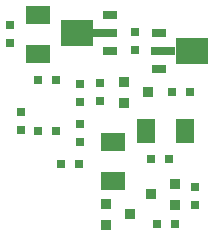
<source format=gtp>
G04 (created by PCBNEW-RS274X (2011-11-27 BZR 3249)-stable) date 10/09/2012 4:54:58 p.m.*
G01*
G70*
G90*
%MOIN*%
G04 Gerber Fmt 3.4, Leading zero omitted, Abs format*
%FSLAX34Y34*%
G04 APERTURE LIST*
%ADD10C,0.006000*%
%ADD11R,0.047200X0.027600*%
%ADD12R,0.078700X0.027600*%
%ADD13R,0.110300X0.086600*%
%ADD14R,0.036000X0.036000*%
%ADD15R,0.060000X0.080000*%
%ADD16R,0.080000X0.060000*%
%ADD17R,0.025000X0.031500*%
%ADD18R,0.031500X0.025000*%
G04 APERTURE END LIST*
G54D10*
G54D11*
X29233Y-10216D03*
G54D12*
X29390Y-10807D03*
G54D11*
X29233Y-11398D03*
G54D13*
X30335Y-10807D03*
G54D11*
X27618Y-10807D03*
G54D12*
X27461Y-10216D03*
G54D11*
X27618Y-09625D03*
G54D13*
X26516Y-10216D03*
G54D14*
X28085Y-12535D03*
X28085Y-11835D03*
X28885Y-12185D03*
X29770Y-15241D03*
X29770Y-15941D03*
X28970Y-15591D03*
X27474Y-16610D03*
X27474Y-15910D03*
X28274Y-16260D03*
G54D15*
X30119Y-13484D03*
X28819Y-13484D03*
G54D16*
X25217Y-10905D03*
X25217Y-09605D03*
G54D17*
X29591Y-14409D03*
X28991Y-14409D03*
G54D18*
X26614Y-12505D03*
X26614Y-11905D03*
X27264Y-11885D03*
X27264Y-12485D03*
G54D17*
X29188Y-16574D03*
X29788Y-16574D03*
G54D18*
X30433Y-15930D03*
X30433Y-15330D03*
G54D17*
X26580Y-14567D03*
X25980Y-14567D03*
G54D18*
X24646Y-12850D03*
X24646Y-13450D03*
G54D17*
X30281Y-12185D03*
X29681Y-12185D03*
G54D18*
X28445Y-10792D03*
X28445Y-10192D03*
X24272Y-10555D03*
X24272Y-09955D03*
X26614Y-13243D03*
X26614Y-13843D03*
G54D17*
X25812Y-11772D03*
X25212Y-11772D03*
X25212Y-13465D03*
X25812Y-13465D03*
G54D16*
X27697Y-15157D03*
X27697Y-13857D03*
M02*

</source>
